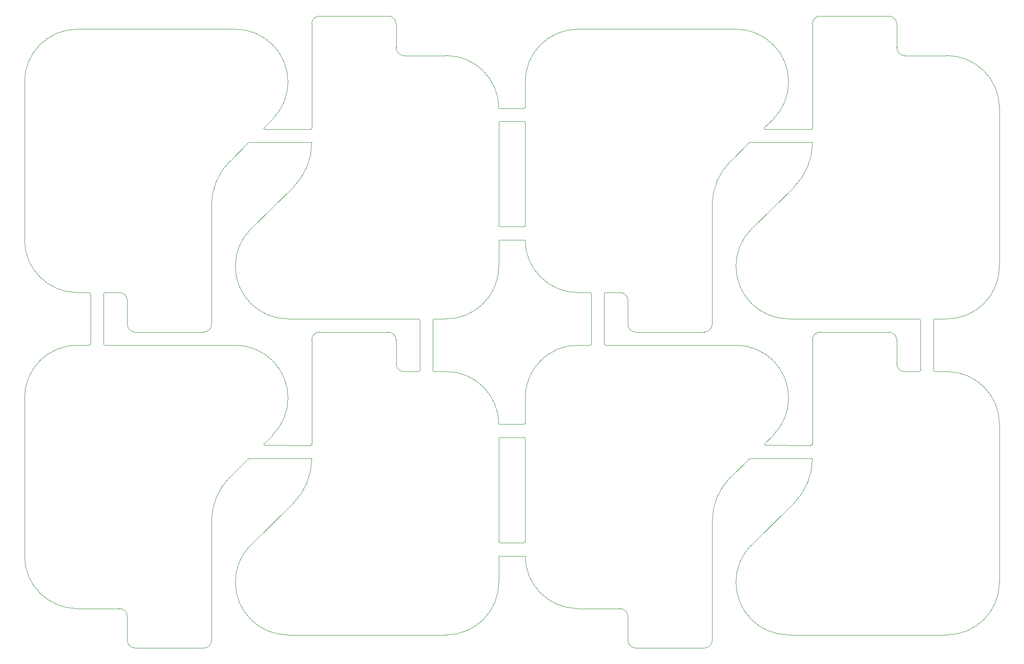
<source format=gbr>
G04 #@! TF.GenerationSoftware,KiCad,Pcbnew,(5.1.5)-3*
G04 #@! TF.CreationDate,2020-03-10T14:16:06+00:00*
G04 #@! TF.ProjectId,led_board,6c65645f-626f-4617-9264-2e6b69636164,rev?*
G04 #@! TF.SameCoordinates,Original*
G04 #@! TF.FileFunction,Profile,NP*
%FSLAX46Y46*%
G04 Gerber Fmt 4.6, Leading zero omitted, Abs format (unit mm)*
G04 Created by KiCad (PCBNEW (5.1.5)-3) date 2020-03-10 14:16:06*
%MOMM*%
%LPD*%
G04 APERTURE LIST*
%ADD10C,0.050000*%
G04 APERTURE END LIST*
D10*
X107736800Y-94997400D02*
G75*
G02X107500400Y-94761000I0J236400D01*
G01*
X107498600Y-85231200D02*
G75*
G02X107735000Y-84994800I236400J0D01*
G01*
X105001400Y-94768800D02*
G75*
G02X104765000Y-95005200I-236400J0D01*
G01*
X104763200Y-85002600D02*
G75*
G02X104999600Y-85239000I0J-236400D01*
G01*
X140236800Y-89997400D02*
G75*
G02X140000400Y-89761000I0J236400D01*
G01*
X139998600Y-80231200D02*
G75*
G02X140235000Y-79994800I236400J0D01*
G01*
X137263200Y-80002600D02*
G75*
G02X137499600Y-80239000I0J-236400D01*
G01*
X137501400Y-89768800D02*
G75*
G02X137265000Y-90005200I-236400J0D01*
G01*
X84500000Y-48760000D02*
G75*
G02X84263600Y-48996400I-236400J0D01*
G01*
X179500000Y-48770000D02*
G75*
G02X179263600Y-49006400I-236400J0D01*
G01*
X179506400Y-108762800D02*
G75*
G02X179270000Y-108999200I-236400J0D01*
G01*
X200001400Y-94768800D02*
G75*
G02X199765000Y-95005200I-236400J0D01*
G01*
X202736800Y-94997400D02*
G75*
G02X202500400Y-94761000I0J236400D01*
G01*
X124764800Y-47490200D02*
G75*
G02X125001200Y-47726600I0J-236400D01*
G01*
X119989600Y-47752000D02*
G75*
G02X120226000Y-47515600I236400J0D01*
G01*
X124993400Y-44754800D02*
G75*
G02X124757000Y-44991200I-236400J0D01*
G01*
X125006400Y-67263600D02*
G75*
G02X124770000Y-67500000I-236400J0D01*
G01*
X120230000Y-67500000D02*
G75*
G02X119993600Y-67263600I0J236400D01*
G01*
X120003600Y-70236400D02*
G75*
G02X120240000Y-70000000I236400J0D01*
G01*
X199763200Y-85002600D02*
G75*
G02X199999600Y-85239000I0J-236400D01*
G01*
X202498600Y-85231200D02*
G75*
G02X202735000Y-84994800I236400J0D01*
G01*
X124764800Y-107510400D02*
G75*
G02X125001200Y-107746800I0J-236400D01*
G01*
X124993400Y-104775000D02*
G75*
G02X124757000Y-105011400I-236400J0D01*
G01*
X120000000Y-107736400D02*
G75*
G02X120236400Y-107500000I236400J0D01*
G01*
X124993400Y-127254000D02*
G75*
G02X124757000Y-127490400I-236400J0D01*
G01*
X119989600Y-130251200D02*
G75*
G02X120226000Y-130014800I236400J0D01*
G01*
X120218200Y-127515800D02*
G75*
G02X119981800Y-127279400I0J236400D01*
G01*
X84505800Y-108762800D02*
G75*
G02X84269400Y-108999200I-236400J0D01*
G01*
X75615800Y-48976561D02*
G75*
G02X75463401Y-48691801I0J183161D01*
G01*
X72257966Y-51735223D02*
G75*
G02X72821800Y-51485800I563834J-512577D01*
G01*
X170484800Y-48976561D02*
G75*
G02X170332401Y-48691801I0J183161D01*
G01*
X167259000Y-51735223D02*
G75*
G02X167822834Y-51485800I563834J-512577D01*
G01*
X170561000Y-108996761D02*
G75*
G02X170408601Y-108712001I0J183161D01*
G01*
X167335200Y-111755423D02*
G75*
G02X167899034Y-111506000I563834J-512577D01*
G01*
X42265600Y-80010000D02*
G75*
G02X42502000Y-80246400I0J-236400D01*
G01*
X45001000Y-80238600D02*
G75*
G02X45237400Y-80002200I236400J0D01*
G01*
X45237400Y-89992200D02*
G75*
G02X45001000Y-89755800I0J236400D01*
G01*
X42502000Y-89763600D02*
G75*
G02X42265600Y-90000000I-236400J0D01*
G01*
X75590400Y-108996761D02*
G75*
G02X75438001Y-108712001I0J183161D01*
G01*
X72232566Y-111755423D02*
G75*
G02X72796400Y-111506000I563834J-512577D01*
G01*
X167259000Y-51735223D02*
X164000001Y-55000001D01*
X170332401Y-48691801D02*
X172071067Y-47071067D01*
X179500000Y-33500000D02*
X179500000Y-48770000D01*
X179263600Y-49006400D02*
X170484800Y-48976561D01*
X179520814Y-51500000D02*
X167822834Y-51485800D01*
X199763200Y-85002600D02*
X175000000Y-85000000D01*
X205000000Y-85000000D02*
X202735000Y-84994800D01*
X202736800Y-94997400D02*
X205000000Y-95000000D01*
X197000000Y-95000000D02*
X199765000Y-95005200D01*
X202498600Y-85231200D02*
X202500400Y-94761000D01*
X200001400Y-94768800D02*
X199999600Y-85239000D01*
X167335200Y-111755423D02*
X164000001Y-115000001D01*
X170408600Y-108712000D02*
X172071067Y-107071067D01*
X179500000Y-93500000D02*
X179506400Y-108762800D01*
X179270000Y-108999200D02*
X170561000Y-108996761D01*
X179520814Y-111500000D02*
X167899034Y-111506000D01*
X137501400Y-89768800D02*
X137499600Y-80239000D01*
X137265000Y-90005200D02*
X135000000Y-90000000D01*
X137263200Y-80002600D02*
X135000000Y-80000000D01*
X142500000Y-80000000D02*
X143000000Y-80000000D01*
X142500000Y-80000000D02*
X140235000Y-79994800D01*
X140236800Y-89997400D02*
X165000000Y-90000000D01*
X139998600Y-80231200D02*
X140000400Y-89761000D01*
X119989600Y-130251200D02*
X120000000Y-135000000D01*
X125000000Y-130000000D02*
X120226000Y-130014800D01*
X124993400Y-127254000D02*
X125001200Y-107746800D01*
X120218200Y-127515800D02*
X124757000Y-127490400D01*
X120000000Y-107736400D02*
X119981800Y-127279400D01*
X124764800Y-107510400D02*
X120236400Y-107500000D01*
X124993400Y-104775000D02*
X125000000Y-100000000D01*
X120000000Y-105000000D02*
X124757000Y-105011400D01*
X84505800Y-108762800D02*
X84500000Y-93500000D01*
X75438000Y-108712000D02*
X77071067Y-107071067D01*
X72232566Y-111755423D02*
X69000001Y-115000001D01*
X84269400Y-108999200D02*
X75590400Y-108996761D01*
X84520814Y-111500000D02*
X72796400Y-111506000D01*
X72928933Y-127928933D02*
X81000000Y-120000000D01*
X102500000Y-85000000D02*
X104763200Y-85002600D01*
X102500000Y-85000000D02*
X80000000Y-85000000D01*
X105001400Y-94768800D02*
X104999600Y-85239000D01*
X102000000Y-95000000D02*
X104765000Y-95005200D01*
X110000000Y-95000000D02*
X107736800Y-94997400D01*
X107735000Y-84994800D02*
X110000000Y-85000000D01*
X107500400Y-94761000D02*
X107498600Y-85231200D01*
X124770000Y-67500000D02*
X120230000Y-67500000D01*
X119993600Y-67263600D02*
X119989600Y-47752000D01*
X120000000Y-75000000D02*
X120003600Y-70236400D01*
X125000000Y-70000000D02*
X120240000Y-70000000D01*
X125001200Y-47726600D02*
X125006400Y-67263600D01*
X120226000Y-47515600D02*
X124764800Y-47490200D01*
X124757000Y-44991200D02*
X120000000Y-45000000D01*
X125000000Y-40000000D02*
X124993400Y-44754800D01*
X72257966Y-51735223D02*
X69000001Y-55000001D01*
X75463401Y-48691801D02*
X77071067Y-47071067D01*
X84263600Y-48996400D02*
X75615800Y-48976561D01*
X84500000Y-47750000D02*
X84500000Y-48760000D01*
X84520814Y-51500000D02*
X72821800Y-51485800D01*
X84500000Y-44500000D02*
X84500000Y-47750000D01*
X84500000Y-33500000D02*
X84500000Y-44500000D01*
X45237400Y-89992200D02*
X70000000Y-90000000D01*
X47500000Y-80000000D02*
X48000000Y-80000000D01*
X45237400Y-80002200D02*
X47500000Y-80000000D01*
X45001000Y-89755800D02*
X45001000Y-80238600D01*
X42265600Y-90000000D02*
X40000000Y-90000000D01*
X42502000Y-80246400D02*
X42502000Y-89763600D01*
X40000000Y-80000000D02*
X42265600Y-80010000D01*
X197000000Y-95000000D02*
G75*
G02X195500000Y-93500000I0J1500000D01*
G01*
X48000000Y-140000000D02*
G75*
G02X49500000Y-141500000I0J-1500000D01*
G01*
X79999999Y-100000000D02*
G75*
G02X77071067Y-107071067I-9999999J0D01*
G01*
X215000000Y-135000000D02*
G75*
G02X205000000Y-145000000I-10000000J0D01*
G01*
X175000000Y-145000000D02*
G75*
G02X165000000Y-135000000I0J10000000D01*
G01*
X194000000Y-87500000D02*
X181000000Y-87500000D01*
X167928933Y-127928933D02*
X176000000Y-120000000D01*
X194000000Y-87500000D02*
G75*
G02X195500000Y-89000000I0J-1500000D01*
G01*
X179500000Y-90500000D02*
X179500000Y-93500000D01*
X179520814Y-111500000D02*
G75*
G02X175999999Y-119999999I-12020814J0D01*
G01*
X205000000Y-95000000D02*
G75*
G02X215000000Y-105000000I0J-10000000D01*
G01*
X179500000Y-89000000D02*
X179500000Y-90500000D01*
X179500000Y-89000000D02*
G75*
G02X181000000Y-87500000I1500000J0D01*
G01*
X165000001Y-135000000D02*
G75*
G02X167928933Y-127928933I9999999J0D01*
G01*
X175000000Y-145000000D02*
X205000000Y-145000000D01*
X195500000Y-93500000D02*
X195500000Y-89000000D01*
X215000000Y-135000000D02*
X215000000Y-105000000D01*
X160479186Y-123500000D02*
X160500000Y-141500000D01*
X160500000Y-144500000D02*
X160500000Y-141500000D01*
X165000000Y-90000000D02*
G75*
G02X175000000Y-100000000I0J-10000000D01*
G01*
X146000000Y-147500000D02*
X159000000Y-147500000D01*
X144500000Y-141500000D02*
X144500000Y-146000000D01*
X160500000Y-146000000D02*
X160500000Y-144500000D01*
X135000000Y-140000000D02*
X143000000Y-140000000D01*
X135000000Y-140000000D02*
G75*
G02X125000000Y-130000000I0J10000000D01*
G01*
X125000000Y-100000000D02*
G75*
G02X135000000Y-90000000I10000000J0D01*
G01*
X146000000Y-147500000D02*
G75*
G02X144500000Y-146000000I0J1500000D01*
G01*
X160479186Y-123500000D02*
G75*
G02X164000001Y-115000001I12020814J0D01*
G01*
X160500000Y-146000000D02*
G75*
G02X159000000Y-147500000I-1500000J0D01*
G01*
X174999999Y-100000000D02*
G75*
G02X172071067Y-107071067I-9999999J0D01*
G01*
X143000000Y-140000000D02*
G75*
G02X144500000Y-141500000I0J-1500000D01*
G01*
X84500000Y-90500000D02*
X84500000Y-93500000D01*
X80000000Y-145000000D02*
G75*
G02X70000000Y-135000000I0J10000000D01*
G01*
X99000000Y-87500000D02*
X86000000Y-87500000D01*
X51000000Y-147500000D02*
X64000000Y-147500000D01*
X30000000Y-100000000D02*
X30000000Y-130000000D01*
X49500000Y-141500000D02*
X49500000Y-146000000D01*
X65500000Y-146000000D02*
X65500000Y-144500000D01*
X40000000Y-140000000D02*
X48000000Y-140000000D01*
X70000000Y-90000000D02*
G75*
G02X80000000Y-100000000I0J-10000000D01*
G01*
X80000000Y-145000000D02*
X110000000Y-145000000D01*
X100500000Y-93500000D02*
X100500000Y-89000000D01*
X84500000Y-89000000D02*
X84500000Y-90500000D01*
X110000000Y-95000000D02*
G75*
G02X120000000Y-105000000I0J-10000000D01*
G01*
X120000000Y-135000000D02*
G75*
G02X110000000Y-145000000I-10000000J0D01*
G01*
X99000000Y-87500000D02*
G75*
G02X100500000Y-89000000I0J-1500000D01*
G01*
X84520814Y-111500000D02*
G75*
G02X80999999Y-119999999I-12020814J0D01*
G01*
X84500000Y-89000000D02*
G75*
G02X86000000Y-87500000I1500000J0D01*
G01*
X70000001Y-135000000D02*
G75*
G02X72928933Y-127928933I9999999J0D01*
G01*
X102000000Y-95000000D02*
G75*
G02X100500000Y-93500000I0J1500000D01*
G01*
X65479186Y-123500000D02*
X65500000Y-141500000D01*
X65500000Y-144500000D02*
X65500000Y-141500000D01*
X65500000Y-146000000D02*
G75*
G02X64000000Y-147500000I-1500000J0D01*
G01*
X65479186Y-123500000D02*
G75*
G02X69000001Y-115000001I12020814J0D01*
G01*
X51000000Y-147500000D02*
G75*
G02X49500000Y-146000000I0J1500000D01*
G01*
X30000000Y-100000000D02*
G75*
G02X40000000Y-90000000I10000000J0D01*
G01*
X40000000Y-140000000D02*
G75*
G02X30000000Y-130000000I0J10000000D01*
G01*
X197000000Y-35000000D02*
G75*
G02X195500000Y-33500000I0J1500000D01*
G01*
X165000001Y-75000000D02*
G75*
G02X167928933Y-67928933I9999999J0D01*
G01*
X179500000Y-29000000D02*
G75*
G02X181000000Y-27500000I1500000J0D01*
G01*
X179520814Y-51500000D02*
G75*
G02X175999999Y-59999999I-12020814J0D01*
G01*
X194000000Y-27500000D02*
G75*
G02X195500000Y-29000000I0J-1500000D01*
G01*
X215000000Y-75000000D02*
G75*
G02X205000000Y-85000000I-10000000J0D01*
G01*
X205000000Y-35000000D02*
G75*
G02X215000000Y-45000000I0J-10000000D01*
G01*
X205000000Y-35000000D02*
X197000000Y-35000000D01*
X179500000Y-29000000D02*
X179500000Y-30500000D01*
X195500000Y-33500000D02*
X195500000Y-29000000D01*
X215000000Y-75000000D02*
X215000000Y-45000000D01*
X194000000Y-27500000D02*
X181000000Y-27500000D01*
X167928933Y-67928933D02*
X176000000Y-60000000D01*
X175000000Y-85000000D02*
G75*
G02X165000000Y-75000000I0J10000000D01*
G01*
X179500000Y-30500000D02*
X179500000Y-33500000D01*
X143000000Y-80000000D02*
G75*
G02X144500000Y-81500000I0J-1500000D01*
G01*
X174999999Y-40000000D02*
G75*
G02X172071067Y-47071067I-9999999J0D01*
G01*
X160500000Y-86000000D02*
G75*
G02X159000000Y-87500000I-1500000J0D01*
G01*
X160479186Y-63500000D02*
G75*
G02X164000001Y-55000001I12020814J0D01*
G01*
X146000000Y-87500000D02*
G75*
G02X144500000Y-86000000I0J1500000D01*
G01*
X125000000Y-40000000D02*
G75*
G02X135000000Y-30000000I10000000J0D01*
G01*
X135000000Y-80000000D02*
G75*
G02X125000000Y-70000000I0J10000000D01*
G01*
X160500000Y-86000000D02*
X160500000Y-84500000D01*
X144500000Y-81500000D02*
X144500000Y-86000000D01*
X165000000Y-30000000D02*
X135000000Y-30000000D01*
X146000000Y-87500000D02*
X159000000Y-87500000D01*
X165000000Y-30000000D02*
G75*
G02X175000000Y-40000000I0J-10000000D01*
G01*
X160500000Y-84500000D02*
X160500000Y-81500000D01*
X160479186Y-63500000D02*
X160500000Y-81500000D01*
X102000000Y-35000000D02*
G75*
G02X100500000Y-33500000I0J1500000D01*
G01*
X70000001Y-75000000D02*
G75*
G02X72928933Y-67928933I9999999J0D01*
G01*
X84500000Y-29000000D02*
G75*
G02X86000000Y-27500000I1500000J0D01*
G01*
X84520814Y-51500000D02*
G75*
G02X80999999Y-59999999I-12020814J0D01*
G01*
X99000000Y-27500000D02*
G75*
G02X100500000Y-29000000I0J-1500000D01*
G01*
X120000000Y-75000000D02*
G75*
G02X110000000Y-85000000I-10000000J0D01*
G01*
X110000000Y-35000000D02*
G75*
G02X120000000Y-45000000I0J-10000000D01*
G01*
X110000000Y-35000000D02*
X102000000Y-35000000D01*
X84500000Y-29000000D02*
X84500000Y-30500000D01*
X100500000Y-33500000D02*
X100500000Y-29000000D01*
X99000000Y-27500000D02*
X86000000Y-27500000D01*
X72928933Y-67928933D02*
X81000000Y-60000000D01*
X80000000Y-85000000D02*
G75*
G02X70000000Y-75000000I0J10000000D01*
G01*
X84500000Y-30500000D02*
X84500000Y-33500000D01*
X30000000Y-40000000D02*
X30000000Y-70000000D01*
X49500000Y-81500000D02*
X49500000Y-86000000D01*
X70000000Y-30000000D02*
X40000000Y-30000000D01*
X79999999Y-40000000D02*
G75*
G02X77071067Y-47071067I-9999999J0D01*
G01*
X65500000Y-86000000D02*
G75*
G02X64000000Y-87500000I-1500000J0D01*
G01*
X65500000Y-86000000D02*
X65500000Y-84500000D01*
X40000000Y-80000000D02*
G75*
G02X30000000Y-70000000I0J10000000D01*
G01*
X65479186Y-63500000D02*
G75*
G02X69000001Y-55000001I12020814J0D01*
G01*
X65500000Y-84500000D02*
X65500000Y-81500000D01*
X51000000Y-87500000D02*
G75*
G02X49500000Y-86000000I0J1500000D01*
G01*
X51000000Y-87500000D02*
X64000000Y-87500000D01*
X70000000Y-30000000D02*
G75*
G02X80000000Y-40000000I0J-10000000D01*
G01*
X30000000Y-40000000D02*
G75*
G02X40000000Y-30000000I10000000J0D01*
G01*
X65479186Y-63500000D02*
X65500000Y-81500000D01*
X48000000Y-80000000D02*
G75*
G02X49500000Y-81500000I0J-1500000D01*
G01*
M02*

</source>
